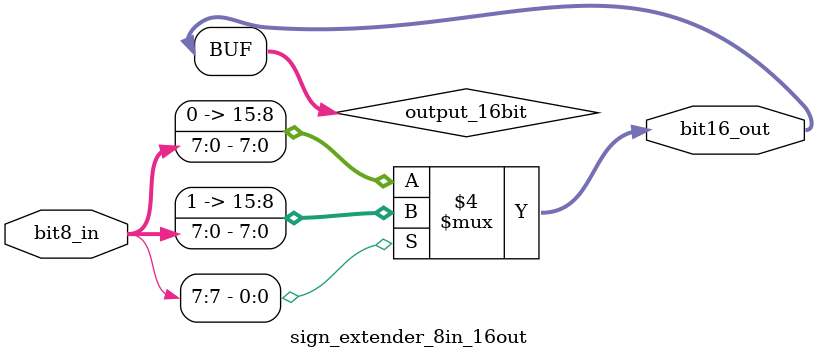
<source format=v>
`timescale 1ns / 1ps
module sign_extender_8in_16out(
    input [7:0] bit8_in,
    output [15:0] bit16_out
    );

	//register declaration and assingment
	reg [15:0] output_16bit;
	assign bit16_out = output_16bit;
	
	//sign extension
	always@(*)
	begin
		if( bit8_in[7] == 1)
			output_16bit = {8'b11111111,bit8_in};
		else
			output_16bit = {8'b00000000,bit8_in};
		
	end

endmodule

</source>
